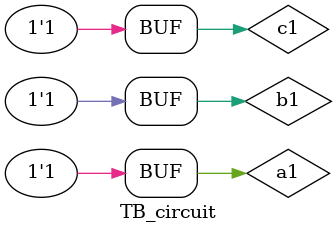
<source format=v>
module TB_circuit;
wire f1;
reg a1,b1,c1;
circuit my_module (a1,b1,c1,f1);
initial
begin
	a1=1'b0; b1=1'b1; c1=1'b0;
#100
	a1=1'b1; b1=1'b1; c1=1'b1;
#100
	a1=1'b1; b1=1'b0; c1=1'b1;
#100
	a1=1'b1; b1=1'b1; c1=1'b1;
end
endmodule

</source>
